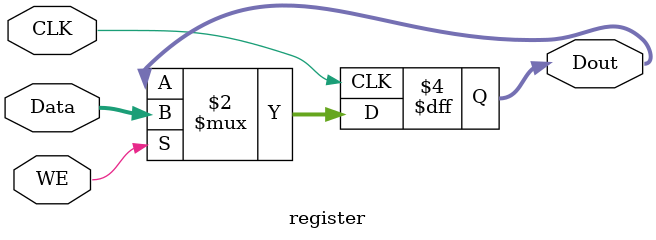
<source format=v>
`timescale 1ns / 1ps

module register(
    input CLK,
    input WE,
    input wire [31:0] Data,
    output reg [31:0] Dout
    );
	 always @(posedge CLK)//Register will updated on each positive clock
		if (WE)//register is updated only if write is enabled
			Dout<=Data;
endmodule

</source>
